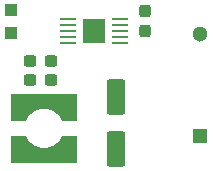
<source format=gbr>
%TF.GenerationSoftware,KiCad,Pcbnew,9.0.4*%
%TF.CreationDate,2026-01-08T18:44:24+01:00*%
%TF.ProjectId,Piezo_Energy_Harvester,5069657a-6f5f-4456-9e65-7267795f4861,rev?*%
%TF.SameCoordinates,Original*%
%TF.FileFunction,Soldermask,Top*%
%TF.FilePolarity,Negative*%
%FSLAX46Y46*%
G04 Gerber Fmt 4.6, Leading zero omitted, Abs format (unit mm)*
G04 Created by KiCad (PCBNEW 9.0.4) date 2026-01-08 18:44:24*
%MOMM*%
%LPD*%
G01*
G04 APERTURE LIST*
G04 Aperture macros list*
%AMRoundRect*
0 Rectangle with rounded corners*
0 $1 Rounding radius*
0 $2 $3 $4 $5 $6 $7 $8 $9 X,Y pos of 4 corners*
0 Add a 4 corners polygon primitive as box body*
4,1,4,$2,$3,$4,$5,$6,$7,$8,$9,$2,$3,0*
0 Add four circle primitives for the rounded corners*
1,1,$1+$1,$2,$3*
1,1,$1+$1,$4,$5*
1,1,$1+$1,$6,$7*
1,1,$1+$1,$8,$9*
0 Add four rect primitives between the rounded corners*
20,1,$1+$1,$2,$3,$4,$5,0*
20,1,$1+$1,$4,$5,$6,$7,0*
20,1,$1+$1,$6,$7,$8,$9,0*
20,1,$1+$1,$8,$9,$2,$3,0*%
G04 Aperture macros list end*
%ADD10C,0.100000*%
%ADD11RoundRect,0.237500X-0.300000X-0.237500X0.300000X-0.237500X0.300000X0.237500X-0.300000X0.237500X0*%
%ADD12R,1.000000X1.000000*%
%ADD13RoundRect,0.237500X0.237500X-0.300000X0.237500X0.300000X-0.237500X0.300000X-0.237500X-0.300000X0*%
%ADD14R,1.300000X1.300000*%
%ADD15C,1.300000*%
%ADD16RoundRect,0.250000X-0.550000X1.250000X-0.550000X-1.250000X0.550000X-1.250000X0.550000X1.250000X0*%
%ADD17R,1.333500X0.279400*%
%ADD18R,1.930400X2.159000*%
G04 APERTURE END LIST*
D10*
%TO.C,L1*%
X151380000Y-106209000D02*
X151444000Y-106327000D01*
X151518000Y-106439000D01*
X151601000Y-106545000D01*
X151691000Y-106645000D01*
X151790000Y-106736000D01*
X151895000Y-106820000D01*
X152006000Y-106895000D01*
X152123000Y-106961000D01*
X152245000Y-107018000D01*
X152371000Y-107065000D01*
X152500000Y-107102000D01*
X152632000Y-107128000D01*
X152766000Y-107144000D01*
X152900000Y-107149000D01*
X153034000Y-107144000D01*
X153168000Y-107128000D01*
X153300000Y-107102000D01*
X153429000Y-107065000D01*
X153555000Y-107018000D01*
X153677000Y-106961000D01*
X153794000Y-106895000D01*
X153905000Y-106820000D01*
X154010000Y-106736000D01*
X154109000Y-106645000D01*
X154199000Y-106545000D01*
X154282000Y-106439000D01*
X154356000Y-106327000D01*
X154420000Y-106209000D01*
X154470000Y-106100000D01*
X155650000Y-106100000D01*
X155650000Y-108300000D01*
X150150000Y-108300000D01*
X150150000Y-106100000D01*
X151330000Y-106100000D01*
X151380000Y-106209000D01*
G36*
X151380000Y-106209000D02*
G01*
X151444000Y-106327000D01*
X151518000Y-106439000D01*
X151601000Y-106545000D01*
X151691000Y-106645000D01*
X151790000Y-106736000D01*
X151895000Y-106820000D01*
X152006000Y-106895000D01*
X152123000Y-106961000D01*
X152245000Y-107018000D01*
X152371000Y-107065000D01*
X152500000Y-107102000D01*
X152632000Y-107128000D01*
X152766000Y-107144000D01*
X152900000Y-107149000D01*
X153034000Y-107144000D01*
X153168000Y-107128000D01*
X153300000Y-107102000D01*
X153429000Y-107065000D01*
X153555000Y-107018000D01*
X153677000Y-106961000D01*
X153794000Y-106895000D01*
X153905000Y-106820000D01*
X154010000Y-106736000D01*
X154109000Y-106645000D01*
X154199000Y-106545000D01*
X154282000Y-106439000D01*
X154356000Y-106327000D01*
X154420000Y-106209000D01*
X154470000Y-106100000D01*
X155650000Y-106100000D01*
X155650000Y-108300000D01*
X150150000Y-108300000D01*
X150150000Y-106100000D01*
X151330000Y-106100000D01*
X151380000Y-106209000D01*
G37*
X155650000Y-104800000D02*
X154470000Y-104800000D01*
X154420000Y-104691000D01*
X154356000Y-104573000D01*
X154282000Y-104461000D01*
X154199000Y-104355000D01*
X154109000Y-104255000D01*
X154010000Y-104164000D01*
X153905000Y-104080000D01*
X153794000Y-104005000D01*
X153677000Y-103939000D01*
X153555000Y-103882000D01*
X153429000Y-103835000D01*
X153300000Y-103798000D01*
X153168000Y-103772000D01*
X153034000Y-103756000D01*
X152900000Y-103751000D01*
X152766000Y-103756000D01*
X152632000Y-103772000D01*
X152500000Y-103798000D01*
X152371000Y-103835000D01*
X152245000Y-103882000D01*
X152123000Y-103939000D01*
X152006000Y-104005000D01*
X151895000Y-104080000D01*
X151790000Y-104164000D01*
X151691000Y-104255000D01*
X151601000Y-104355000D01*
X151518000Y-104461000D01*
X151444000Y-104573000D01*
X151380000Y-104691000D01*
X151330000Y-104800000D01*
X150150000Y-104800000D01*
X150150000Y-102600000D01*
X155650000Y-102600000D01*
X155650000Y-104800000D01*
G36*
X155650000Y-104800000D02*
G01*
X154470000Y-104800000D01*
X154420000Y-104691000D01*
X154356000Y-104573000D01*
X154282000Y-104461000D01*
X154199000Y-104355000D01*
X154109000Y-104255000D01*
X154010000Y-104164000D01*
X153905000Y-104080000D01*
X153794000Y-104005000D01*
X153677000Y-103939000D01*
X153555000Y-103882000D01*
X153429000Y-103835000D01*
X153300000Y-103798000D01*
X153168000Y-103772000D01*
X153034000Y-103756000D01*
X152900000Y-103751000D01*
X152766000Y-103756000D01*
X152632000Y-103772000D01*
X152500000Y-103798000D01*
X152371000Y-103835000D01*
X152245000Y-103882000D01*
X152123000Y-103939000D01*
X152006000Y-104005000D01*
X151895000Y-104080000D01*
X151790000Y-104164000D01*
X151691000Y-104255000D01*
X151601000Y-104355000D01*
X151518000Y-104461000D01*
X151444000Y-104573000D01*
X151380000Y-104691000D01*
X151330000Y-104800000D01*
X150150000Y-104800000D01*
X150150000Y-102600000D01*
X155650000Y-102600000D01*
X155650000Y-104800000D01*
G37*
%TD*%
D11*
%TO.C,C1*%
X151775000Y-99800000D03*
X153500000Y-99800000D03*
%TD*%
D12*
%TO.C,J1*%
X150150000Y-95450000D03*
%TD*%
D13*
%TO.C,C2*%
X161490000Y-97252500D03*
X161490000Y-95527500D03*
%TD*%
D12*
%TO.C,J2*%
X150150000Y-97450000D03*
%TD*%
D14*
%TO.C,C5*%
X166170000Y-106110000D03*
D15*
X166170000Y-97510000D03*
%TD*%
D16*
%TO.C,C4*%
X159050000Y-102850000D03*
X159050000Y-107250000D03*
%TD*%
D17*
%TO.C,U1*%
X154983850Y-96249240D03*
X154983850Y-96749620D03*
X154983850Y-97250000D03*
X154983850Y-97750380D03*
X154983850Y-98250760D03*
X159416150Y-98250760D03*
X159416150Y-97750380D03*
X159416150Y-97250000D03*
X159416150Y-96749620D03*
X159416150Y-96249240D03*
D18*
X157200000Y-97250000D03*
%TD*%
D11*
%TO.C,C3*%
X151775000Y-101400000D03*
X153500000Y-101400000D03*
%TD*%
M02*

</source>
